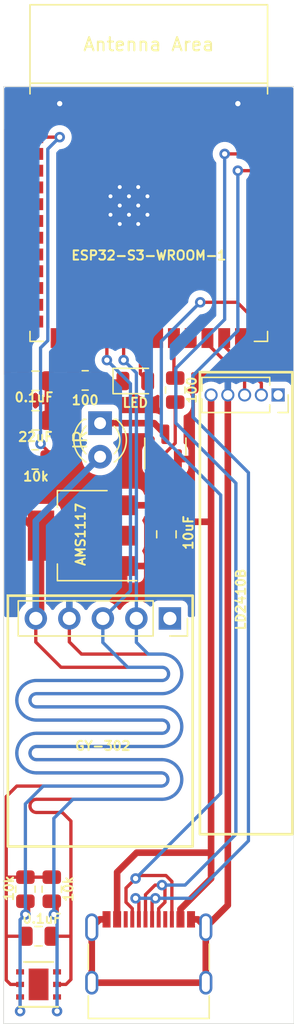
<source format=kicad_pcb>
(kicad_pcb (version 20221018) (generator pcbnew)
  (layers (0 "F.Cu" signal) (31 "B.Cu" signal) (34 "B.Paste" user) (35 "F.Paste" user) (36 "B.SilkS" user "B.Silkscreen") (37 "F.SilkS" user "F.Silkscreen") (38 "B.Mask" user) (39 "F.Mask" user) (44 "Edge.Cuts" user))
  (net 0 "")
  (net 1 "Net-(J1-Pin_4)")
  (net 2 "/VCC")
  (net 3 "Net-(D1-K)")
  (net 4 "Net-(D1-A)")
  (net 6 "Net-(J1-Pin_2)")
  (net 7 "Net-(J3-CC1)")
  (net 8 "Net-(D2-K)")
  (net 9 "Net-(Q1-E)")
  (net 11 "Net-(U3-EN)")
  (net 36 "Net-(D2-A)")
  (net 37 "Net-(J2-Pin_2)")
  (net 38 "Net-(J2-Pin_3)")
  (net 41 "Net-(U3-U0TXD{slash}GPIO43{slash}CLK_OUT1)")
  (net 42 "Net-(U3-U0RXD{slash}GPIO44{slash}CLK_OUT2)")
  (net 44 "Net-(U3-GPIO14{slash}TOUCH14{slash}ADC2_CH3{slash}FSPIWP{slash}FSPIDQS{slash}SUBSPIWP)")
  (net 50 "Net-(J1-Pin_3)")
  (footprint "Resistor_SMD:R_0805_2012Metric" (layer "F.Cu") (at 136.65 147.8125 90)
    (fp_text reference "R5" hide)
    (fp_text value "10k" (at 0.0625 -1.25 90) (layer "F.SilkS") (effects (font (size 0.7 0.7))))
    (fp_line (start -0.227064 -0.735) (end 0.227064 -0.735) (stroke (width 0.12)) (layer "F.SilkS"))
    (fp_line (start -0.227064 0.735) (end 0.227064 0.735) (stroke (width 0.12)) (layer "F.SilkS"))
    (pad "1" smd roundrect locked (at -0.9125 0 90) (size 1.025 1.4) (layers "F.Cu" "F.Paste" "F.Mask") (roundrect_rratio 0.243902439) (net 50 "Net-(J1-Pin_3)"))
    (pad "2" smd roundrect locked (at 0.9125 0 90) (size 1.025 1.4) (layers "F.Cu" "F.Paste" "F.Mask") (roundrect_rratio 0.243902439) (net 4 "Net-(D1-A)"))
  )
  (footprint "Connector_PinSocket_1.27mm:PinSocket_1x05_P1.27mm_Vertical" (layer "F.Cu") (at 155.8 110.37 -90)
    (fp_text reference "J2" hide)
    (fp_text value "LD2410B" (at 15.495 2.825 90) (layer "F.SilkS") (effects (font (size 0.7 0.7))))
    (fp_line (start -1.33 0.635) (end -1.33 5.775) (stroke (width 0.12)) (layer "F.SilkS"))
    (fp_line (start -1.33 0.635) (end -0.76 0.635) (stroke (width 0.12)) (layer "F.SilkS"))
    (fp_line (start -1.33 5.775) (end -0.30753 5.775) (stroke (width 0.12)) (layer "F.SilkS"))
    (fp_line (start 0 -0.76) (end 1.33 -0.76) (stroke (width 0.12)) (layer "F.SilkS"))
    (fp_line (start 0.30753 5.775) (end 1.33 5.775) (stroke (width 0.12)) (layer "F.SilkS"))
    (fp_line (start 0.76 0.635) (end 1.33 0.635) (stroke (width 0.12)) (layer "F.SilkS"))
    (fp_line (start 1.33 -0.76) (end 1.33 0) (stroke (width 0.12)) (layer "F.SilkS"))
    (fp_line (start 1.33 0.635) (end 1.33 5.775) (stroke (width 0.12)) (layer "F.SilkS"))
    (pad "1" thru_hole rect locked (at 0 0 270) (size 1 1) (drill 0.7) (layers "*.Cu" "*.Mask"))
    (pad "2" thru_hole oval locked (at 0 1.27 270) (size 1 1) (drill 0.7) (layers "*.Cu" "*.Mask") (net 37 "Net-(J2-Pin_2)"))
    (pad "3" thru_hole oval locked (at 0 2.54 270) (size 1 1) (drill 0.7) (layers "*.Cu" "*.Mask") (net 38 "Net-(J2-Pin_3)"))
    (pad "4" thru_hole oval locked (at 0 3.81 270) (size 1 1) (drill 0.7) (layers "*.Cu" "*.Mask") (net 1 "Net-(J1-Pin_4)"))
    (pad "5" thru_hole oval locked (at 0 5.08 270) (size 1 1) (drill 0.7) (layers "*.Cu" "*.Mask") (net 2 "/VCC"))
  )
  (footprint "Connector_PinSocket_2.54mm:PinSocket_1x05_P2.54mm_Vertical" (layer "F.Cu") (at 147.6 127.3 -90)
    (fp_text reference "J1" hide)
    (fp_text value "GY-302" (at 9.655 5.08) (layer "F.SilkS") (effects (font (size 0.7 0.7))))
    (fp_line (start -1.33 1.27) (end -1.33 11.49) (stroke (width 0.12)) (layer "F.SilkS"))
    (fp_line (start -1.33 1.27) (end 1.33 1.27) (stroke (width 0.12)) (layer "F.SilkS"))
    (fp_line (start -1.33 11.49) (end 1.33 11.49) (stroke (width 0.12)) (layer "F.SilkS"))
    (fp_line (start 0 -1.33) (end 1.33 -1.33) (stroke (width 0.12)) (layer "F.SilkS"))
    (fp_line (start 1.33 -1.33) (end 1.33 0) (stroke (width 0.12)) (layer "F.SilkS"))
    (fp_line (start 1.33 1.27) (end 1.33 11.49) (stroke (width 0.12)) (layer "F.SilkS"))
    (pad "1" thru_hole rect locked (at 0 0 270) (size 1.7 1.7) (drill 1) (layers "*.Cu" "*.Mask"))
    (pad "2" thru_hole oval locked (at 0 2.54 270) (size 1.7 1.7) (drill 1) (layers "*.Cu" "*.Mask") (net 6 "Net-(J1-Pin_2)"))
    (pad "3" thru_hole oval locked (at 0 5.08 270) (size 1.7 1.7) (drill 1) (layers "*.Cu" "*.Mask") (net 50 "Net-(J1-Pin_3)"))
    (pad "4" thru_hole oval locked (at 0 7.62 270) (size 1.7 1.7) (drill 1) (layers "*.Cu" "*.Mask") (net 1 "Net-(J1-Pin_4)"))
    (pad "5" thru_hole oval locked (at 0 10.16 270) (size 1.7 1.7) (drill 1) (layers "*.Cu" "*.Mask") (net 4 "Net-(D1-A)"))
  )
  (footprint "Package_TO_SOT_SMD:SOT-223-3_TabPin2" (layer "F.Cu") (at 140.985 121.02875 180)
    (fp_text reference "U1" hide)
    (fp_text value "AMS1117" (at 0.15 0.1 90) (layer "F.SilkS") (effects (font (size 0.7 0.7))))
    (fp_line (start -4.1 -3.41) (end 1.91 -3.41) (stroke (width 0.12)) (layer "F.SilkS"))
    (fp_line (start -1.85 3.41) (end 1.91 3.41) (stroke (width 0.12)) (layer "F.SilkS"))
    (fp_line (start 1.91 -3.41) (end 1.91 -2.15) (stroke (width 0.12)) (layer "F.SilkS"))
    (fp_line (start 1.91 3.41) (end 1.91 2.15) (stroke (width 0.12)) (layer "F.SilkS"))
    (pad "1" smd rect locked (at -3.15 -2.3 180) (size 2 1.5) (layers "F.Cu" "F.Paste" "F.Mask") (net 1 "Net-(J1-Pin_4)"))
    (pad "2" smd rect locked (at -3.15 0 180) (size 2 1.5) (layers "F.Cu" "F.Paste" "F.Mask") (net 4 "Net-(D1-A)"))
    (pad "2" smd rect locked (at 3.15 0 180) (size 2 3.8) (layers "F.Cu" "F.Paste" "F.Mask") (net 4 "Net-(D1-A)"))
    (pad "3" smd rect locked (at -3.15 2.3 180) (size 2 1.5) (layers "F.Cu" "F.Paste" "F.Mask") (net 2 "/VCC"))
  )
  (footprint "Connector_USB:USB_C_Receptacle_G-Switch_GT-USB-7010ASV" (layer "F.Cu") (at 146 153.82)
    (fp_text reference "J3" hide)
    (fp_text value "USB_C_Receptacle_USB2.0" hide)
    (fp_line (start -4.58 -1.85) (end -4.58 0.07) (stroke (width 0.12)) (layer "F.SilkS"))
    (fp_line (start -4.58 3.785) (end -4.58 2.08) (stroke (width 0.12)) (layer "F.SilkS"))
    (fp_line (start 4.58 0.07) (end 4.58 -1.85) (stroke (width 0.12)) (layer "F.SilkS"))
    (fp_line (start 4.58 2.08) (end 4.58 3.785) (stroke (width 0.12)) (layer "F.SilkS"))
    (fp_line (start 4.58 3.785) (end -4.58 3.785) (stroke (width 0.12)) (layer "F.SilkS"))
    (pad "" np_thru_hole circle locked (at -2.89 -2.605) (size 0.65 0.65) (drill 0.65) (layers "*.Cu" "*.Mask"))
    (pad "" np_thru_hole circle locked (at 2.89 -2.605) (size 0.65 0.65) (drill 0.65) (layers "*.Cu" "*.Mask"))
    (pad "A1" smd rect locked (at -3.2 -3.725) (size 0.6 1.24) (layers "F.Cu" "F.Paste" "F.Mask") (net 1 "Net-(J1-Pin_4)"))
    (pad "A4" smd rect locked (at -2.4 -3.725) (size 0.6 1.24) (layers "F.Cu" "F.Paste" "F.Mask") (net 2 "/VCC"))
    (pad "A5" smd rect locked (at -1.25 -3.725) (size 0.3 1.24) (layers "F.Cu" "F.Paste" "F.Mask") (net 7 "Net-(J3-CC1)"))
    (pad "A6" smd rect locked (at -0.25 -3.725) (size 0.3 1.24) (layers "F.Cu" "F.Paste" "F.Mask") (net 41 "Net-(U3-U0TXD{slash}GPIO43{slash}CLK_OUT1)"))
    (pad "A7" smd rect locked (at 0.25 -3.725) (size 0.3 1.24) (layers "F.Cu" "F.Paste" "F.Mask") (net 42 "Net-(U3-U0RXD{slash}GPIO44{slash}CLK_OUT2)"))
    (pad "A8" smd rect locked (at 1.25 -3.725) (size 0.3 1.24) (layers "F.Cu" "F.Paste" "F.Mask"))
    (pad "A9" smd rect locked (at 2.4 -3.725) (size 0.6 1.24) (layers "F.Cu" "F.Paste" "F.Mask") (net 2 "/VCC"))
    (pad "A12" smd rect locked (at 3.2 -3.725) (size 0.6 1.24) (layers "F.Cu" "F.Paste" "F.Mask") (net 1 "Net-(J1-Pin_4)"))
    (pad "B1" smd rect locked (at 3.2 -3.725) (size 0.6 1.24) (layers "F.Cu" "F.Paste" "F.Mask") (net 1 "Net-(J1-Pin_4)"))
    (pad "B4" smd rect locked (at 2.4 -3.725) (size 0.6 1.24) (layers "F.Cu" "F.Paste" "F.Mask") (net 2 "/VCC"))
    (pad "B5" smd rect locked (at 1.75 -3.725) (size 0.3 1.24) (layers "F.Cu" "F.Paste" "F.Mask") (net 7 "Net-(J3-CC1)"))
    (pad "B6" smd rect locked (at 0.75 -3.725) (size 0.3 1.24) (layers "F.Cu" "F.Paste" "F.Mask") (net 41 "Net-(U3-U0TXD{slash}GPIO43{slash}CLK_OUT1)"))
    (pad "B7" smd rect locked (at -0.75 -3.725) (size 0.3 1.24) (layers "F.Cu" "F.Paste" "F.Mask") (net 42 "Net-(U3-U0RXD{slash}GPIO44{slash}CLK_OUT2)"))
    (pad "B8" smd rect locked (at -1.75 -3.725) (size 0.3 1.24) (layers "F.Cu" "F.Paste" "F.Mask"))
    (pad "B9" smd rect locked (at -2.4 -3.725) (size 0.6 1.24) (layers "F.Cu" "F.Paste" "F.Mask") (net 2 "/VCC"))
    (pad "B12" smd rect locked (at -3.2 -3.725) (size 0.6 1.24) (layers "F.Cu" "F.Paste" "F.Mask") (net 1 "Net-(J1-Pin_4)"))
    (pad "S1" thru_hole oval locked (at -4.32 -3.125) (size 1 2.1) (drill oval 0.6 1.7) (layers "*.Cu" "*.Mask") (net 1 "Net-(J1-Pin_4)"))
    (pad "S1" thru_hole oval locked (at -4.32 1.075) (size 1 1.8) (drill oval 0.6 1.4) (layers "*.Cu" "*.Mask") (net 1 "Net-(J1-Pin_4)"))
    (pad "S1" thru_hole oval locked (at 4.32 -3.125) (size 1 2.1) (drill oval 0.6 1.7) (layers "*.Cu" "*.Mask") (net 1 "Net-(J1-Pin_4)"))
    (pad "S1" thru_hole oval locked (at 4.32 1.075) (size 1 1.8) (drill oval 0.6 1.4) (layers "*.Cu" "*.Mask") (net 1 "Net-(J1-Pin_4)"))
  )
  (footprint "Capacitor_SMD:C_0805_2012Metric" (layer "F.Cu") (at 137.4075 109.3)
    (fp_text reference "C3" hide)
    (fp_text value "0.1uF" (at -0.1075 1.25) (layer "F.SilkS") (effects (font (size 0.7 0.7))))
    (fp_line (start -0.261252 -0.735) (end 0.261252 -0.735) (stroke (width 0.12)) (layer "F.SilkS"))
    (fp_line (start -0.261252 0.735) (end 0.261252 0.735) (stroke (width 0.12)) (layer "F.SilkS"))
    (pad "1" smd roundrect locked (at -0.95 0) (size 1 1.45) (layers "F.Cu" "F.Paste" "F.Mask") (net 4 "Net-(D1-A)"))
    (pad "2" smd roundrect locked (at 0.95 0) (size 1 1.45) (layers "F.Cu" "F.Paste" "F.Mask") (net 1 "Net-(J1-Pin_4)"))
  )
  (footprint "Capacitor_SMD:C_0805_2012Metric" (layer "F.Cu") (at 137.4075 112.29375)
    (fp_text reference "C2" hide)
    (fp_text value "22uF" (at 0 1.25625) (layer "F.SilkS") (effects (font (size 0.7 0.7))))
    (fp_line (start -0.261252 -0.735) (end 0.261252 -0.735) (stroke (width 0.12)) (layer "F.SilkS"))
    (fp_line (start -0.261252 0.735) (end 0.261252 0.735) (stroke (width 0.12)) (layer "F.SilkS"))
    (pad "1" smd roundrect locked (at -0.95 0) (size 1 1.45) (layers "F.Cu" "F.Paste" "F.Mask") (net 4 "Net-(D1-A)"))
    (pad "2" smd roundrect locked (at 0.95 0) (size 1 1.45) (layers "F.Cu" "F.Paste" "F.Mask") (net 1 "Net-(J1-Pin_4)"))
  )
  (footprint "Package_SON:Texas_PWSON-N6" (layer "F.Cu") (at 137.65 155.025 180)
    (fp_text reference "U2" hide)
    (fp_text value "HDC1080" hide)
    (fp_line (start 1.1 1.7) (end -1.1 1.7) (stroke (width 0.15)) (layer "F.SilkS"))
    (fp_line (start 1.475 -1.7) (end -1.475 -1.7) (stroke (width 0.15)) (layer "F.SilkS"))
    (pad "1" smd rect locked (at -1.4 -0.95 180) (size 0.6 0.4) (layers "F.Cu" "F.Paste" "F.Mask") (net 6 "Net-(J1-Pin_2)"))
    (pad "2" smd rect locked (at -1.4 0 180) (size 0.6 0.4) (layers "F.Cu" "F.Paste" "F.Mask") (net 1 "Net-(J1-Pin_4)"))
    (pad "3" smd rect locked (at -1.4 0.95 180) (size 0.6 0.4) (layers "F.Cu" "F.Paste" "F.Mask"))
    (pad "4" smd rect locked (at 1.4 0.95 180) (size 0.6 0.4) (layers "F.Cu" "F.Paste" "F.Mask"))
    (pad "5" smd rect locked (at 1.4 0 180) (size 0.6 0.4) (layers "F.Cu" "F.Paste" "F.Mask") (net 4 "Net-(D1-A)"))
    (pad "6" smd rect locked (at 1.4 -0.95 180) (size 0.6 0.4) (layers "F.Cu" "F.Paste" "F.Mask") (net 50 "Net-(J1-Pin_3)"))
    (pad "7" smd rect locked (at 0 0 180) (size 1.5 2.4) (layers "F.Cu" "F.Paste" "F.Mask"))
  )
  (footprint "Resistor_SMD:R_0805_2012Metric" (layer "F.Cu") (at 148.004375 110 90)
    (fp_text reference "R2" hide)
    (fp_text value "100" (at 0 1.245625 90) (layer "F.SilkS") (effects (font (size 0.7 0.7))))
    (fp_line (start -0.227064 -0.735) (end 0.227064 -0.735) (stroke (width 0.12)) (layer "F.SilkS"))
    (fp_line (start -0.227064 0.735) (end 0.227064 0.735) (stroke (width 0.12)) (layer "F.SilkS"))
    (pad "1" smd roundrect locked (at -0.9125 0 90) (size 1.025 1.4) (layers "F.Cu" "F.Paste" "F.Mask") (roundrect_rratio 0.243902439) (net 9 "Net-(Q1-E)"))
    (pad "2" smd roundrect locked (at 0.9125 0 90) (size 1.025 1.4) (layers "F.Cu" "F.Paste" "F.Mask") (roundrect_rratio 0.243902439) (net 44 "Net-(U3-GPIO14{slash}TOUCH14{slash}ADC2_CH3{slash}FSPIWP{slash}FSPIDQS{slash}SUBSPIWP)"))
  )
  (footprint "Capacitor_SMD:C_0805_2012Metric" (layer "F.Cu") (at 137.65 151.375)
    (fp_text reference "C4" hide)
    (fp_text value "0.1uF" (at 0.25 -1.325) (layer "F.SilkS") (effects (font (size 0.7 0.7))))
    (fp_line (start -0.261252 -0.735) (end 0.261252 -0.735) (stroke (width 0.12)) (layer "F.SilkS"))
    (fp_line (start -0.261252 0.735) (end 0.261252 0.735) (stroke (width 0.12)) (layer "F.SilkS"))
    (pad "1" smd roundrect locked (at -0.95 0) (size 1 1.45) (layers "F.Cu" "F.Paste" "F.Mask") (net 4 "Net-(D1-A)"))
    (pad "2" smd roundrect locked (at 0.95 0) (size 1 1.45) (layers "F.Cu" "F.Paste" "F.Mask") (net 1 "Net-(J1-Pin_4)"))
  )
  (footprint "Resistor_SMD:R_0805_2012Metric" (layer "F.Cu") (at 137.3875 115.2575)
    (fp_text reference "R1" hide)
    (fp_text value "10k" (at 0.0625 1.2925) (layer "F.SilkS") (effects (font (size 0.7 0.7))))
    (fp_line (start -0.227064 -0.735) (end 0.227064 -0.735) (stroke (width 0.12)) (layer "F.SilkS"))
    (fp_line (start -0.227064 0.735) (end 0.227064 0.735) (stroke (width 0.12)) (layer "F.SilkS"))
    (pad "1" smd roundrect locked (at -0.9125 0) (size 1.025 1.4) (layers "F.Cu" "F.Paste" "F.Mask") (roundrect_rratio 0.243902439) (net 4 "Net-(D1-A)"))
    (pad "2" smd roundrect locked (at 0.9125 0) (size 1.025 1.4) (layers "F.Cu" "F.Paste" "F.Mask") (roundrect_rratio 0.243902439) (net 11 "Net-(U3-EN)"))
  )
  (footprint "Package_TO_SOT_SMD:SOT-23" (layer "F.Cu") (at 147.254375 114.2875 90)
    (fp_text reference "Q1" hide)
    (fp_text value "S8050" hide)
    (fp_line (start 0 -1.56) (end -1.675 -1.56) (stroke (width 0.12)) (layer "F.SilkS"))
    (fp_line (start 0 -1.56) (end 0.65 -1.56) (stroke (width 0.12)) (layer "F.SilkS"))
    (fp_line (start 0 1.56) (end -0.65 1.56) (stroke (width 0.12)) (layer "F.SilkS"))
    (fp_line (start 0 1.56) (end 0.65 1.56) (stroke (width 0.12)) (layer "F.SilkS"))
    (pad "1" smd roundrect locked (at -0.9375 -0.95 90) (size 1.475 0.6) (layers "F.Cu" "F.Paste" "F.Mask") (net 9 "Net-(Q1-E)"))
    (pad "2" smd roundrect locked (at -0.9375 0.95 90) (size 1.475 0.6) (layers "F.Cu" "F.Paste" "F.Mask") (net 1 "Net-(J1-Pin_4)"))
    (pad "3" smd roundrect locked (at 0.9375 0 90) (size 1.475 0.6) (layers "F.Cu" "F.Paste" "F.Mask") (net 3 "Net-(D1-K)"))
  )
  (footprint "Resistor_SMD:R_0805_2012Metric" (layer "F.Cu") (at 141.183125 109.27)
    (fp_text reference "R3" hide)
    (fp_text value "100" (at 0 1.5) (layer "F.SilkS") (effects (font (size 0.7 0.7))))
    (fp_line (start -0.227064 -0.735) (end 0.227064 -0.735) (stroke (width 0.12)) (layer "F.SilkS"))
    (fp_line (start -0.227064 0.735) (end 0.227064 0.735) (stroke (width 0.12)) (layer "F.SilkS"))
    (pad "1" smd roundrect locked (at -0.9125 0) (size 1.025 1.4) (layers "F.Cu" "F.Paste" "F.Mask") (roundrect_rratio 0.243902439) (net 1 "Net-(J1-Pin_4)"))
    (pad "2" smd roundrect locked (at 0.9125 0) (size 1.025 1.4) (layers "F.Cu" "F.Paste" "F.Mask") (roundrect_rratio 0.243902439) (net 8 "Net-(D2-K)"))
  )
  (footprint "Capacitor_SMD:C_0805_2012Metric" (layer "F.Cu") (at 147.335 120.92875 90)
    (fp_text reference "C1" hide)
    (fp_text value "10uF" (at 0.12875 1.665 90) (layer "F.SilkS") (effects (font (size 0.7 0.7))))
    (fp_line (start -0.261252 -0.735) (end 0.261252 -0.735) (stroke (width 0.12)) (layer "F.SilkS"))
    (fp_line (start -0.261252 0.735) (end 0.261252 0.735) (stroke (width 0.12)) (layer "F.SilkS"))
    (pad "1" smd roundrect locked (at -0.95 0 90) (size 1 1.45) (layers "F.Cu" "F.Paste" "F.Mask") (net 1 "Net-(J1-Pin_4)"))
    (pad "2" smd roundrect locked (at 0.95 0 90) (size 1 1.45) (layers "F.Cu" "F.Paste" "F.Mask") (net 2 "/VCC"))
  )
  (footprint "Resistor_SMD:R_0805_2012Metric" (layer "F.Cu") (at 138.65 147.8125 90)
    (fp_text reference "R4" hide)
    (fp_text value "10k" (at 0.0125 1.25 90) (layer "F.SilkS") (effects (font (size 0.7 0.7))))
    (fp_line (start -0.227064 -0.735) (end 0.227064 -0.735) (stroke (width 0.12)) (layer "F.SilkS"))
    (fp_line (start -0.227064 0.735) (end 0.227064 0.735) (stroke (width 0.12)) (layer "F.SilkS"))
    (pad "1" smd roundrect locked (at -0.9125 0 90) (size 1.025 1.4) (layers "F.Cu" "F.Paste" "F.Mask") (roundrect_rratio 0.243902439) (net 6 "Net-(J1-Pin_2)"))
    (pad "2" smd roundrect locked (at 0.9125 0 90) (size 1.025 1.4) (layers "F.Cu" "F.Paste" "F.Mask") (roundrect_rratio 0.243902439) (net 4 "Net-(D1-A)"))
  )
  (footprint "Espressif:ESP32-S3-WROOM-1" (layer "F.Cu") (at 146 96.56)
    (fp_text reference "U3" hide)
    (fp_text value "ESP32-S3-WROOM-1" (at 0 3.24) (layer "F.SilkS") (effects (font (size 0.7 0.7))))
    (fp_text user "Antenna Area" (at 0 -12.75) (layer "F.SilkS"))
    (fp_line (start -9 -15.75) (end -9 -9) (stroke (width 0.12)) (layer "F.SilkS"))
    (fp_line (start -9 -15.75) (end 9 -15.75) (stroke (width 0.12)) (layer "F.SilkS"))
    (fp_line (start -9 9) (end -9 9.75) (stroke (width 0.12)) (layer "F.SilkS"))
    (fp_line (start -9 9.75) (end -8 9.75) (stroke (width 0.12)) (layer "F.SilkS"))
    (fp_line (start 9 -15.75) (end 9 -9) (stroke (width 0.12)) (layer "F.SilkS"))
    (fp_line (start 9 -9.81) (end -9 -9.81) (stroke (width 0.12)) (layer "F.SilkS"))
    (fp_line (start 9 9) (end 9 9.75) (stroke (width 0.12)) (layer "F.SilkS"))
    (fp_line (start 9 9.75) (end 8 9.75) (stroke (width 0.12)) (layer "F.SilkS"))
    (pad "1" smd rect locked (at -8.75 -8.26) (size 1.5 0.9) (layers "F.Cu" "F.Paste" "F.Mask") (net 1 "Net-(J1-Pin_4)"))
    (pad "2" smd rect locked (at -8.75 -6.99) (size 1.5 0.9) (layers "F.Cu" "F.Paste" "F.Mask") (net 4 "Net-(D1-A)"))
    (pad "3" smd rect locked (at -8.75 -5.72) (size 1.5 0.9) (layers "F.Cu" "F.Paste" "F.Mask") (net 11 "Net-(U3-EN)"))
    (pad "4" smd rect locked (at -8.75 -4.45) (size 1.5 0.9) (layers "F.Cu" "F.Paste" "F.Mask"))
    (pad "5" smd rect locked (at -8.75 -3.18) (size 1.5 0.9) (layers "F.Cu" "F.Paste" "F.Mask"))
    (pad "6" smd rect locked (at -8.75 -1.91) (size 1.5 0.9) (layers "F.Cu" "F.Paste" "F.Mask"))
    (pad "7" smd rect locked (at -8.75 -0.64) (size 1.5 0.9) (layers "F.Cu" "F.Paste" "F.Mask"))
    (pad "8" smd rect locked (at -8.75 0.63) (size 1.5 0.9) (layers "F.Cu" "F.Paste" "F.Mask"))
    (pad "9" smd rect locked (at -8.75 1.9) (size 1.5 0.9) (layers "F.Cu" "F.Paste" "F.Mask"))
    (pad "10" smd rect locked (at -8.75 3.17) (size 1.5 0.9) (layers "F.Cu" "F.Paste" "F.Mask"))
    (pad "11" smd rect locked (at -8.75 4.44) (size 1.5 0.9) (layers "F.Cu" "F.Paste" "F.Mask"))
    (pad "12" smd rect locked (at -8.75 5.71) (size 1.5 0.9) (layers "F.Cu" "F.Paste" "F.Mask"))
    (pad "13" smd rect locked (at -8.75 6.98) (size 1.5 0.9) (layers "F.Cu" "F.Paste" "F.Mask"))
    (pad "14" smd rect locked (at -8.75 8.25) (size 1.5 0.9) (layers "F.Cu" "F.Paste" "F.Mask"))
    (pad "15" smd rect locked (at -6.985 9.5 90) (size 1.5 0.9) (layers "F.Cu" "F.Paste" "F.Mask"))
    (pad "16" smd rect locked (at -5.715 9.5 90) (size 1.5 0.9) (layers "F.Cu" "F.Paste" "F.Mask"))
    (pad "17" smd rect locked (at -4.445 9.5 90) (size 1.5 0.9) (layers "F.Cu" "F.Paste" "F.Mask"))
    (pad "18" smd rect locked (at -3.175 9.5 90) (size 1.5 0.9) (layers "F.Cu" "F.Paste" "F.Mask") (net 50 "Net-(J1-Pin_3)"))
    (pad "19" smd rect locked (at -1.905 9.5 90) (size 1.5 0.9) (layers "F.Cu" "F.Paste" "F.Mask") (net 6 "Net-(J1-Pin_2)"))
    (pad "20" smd rect locked (at -0.635 9.5 90) (size 1.5 0.9) (layers "F.Cu" "F.Paste" "F.Mask") (net 36 "Net-(D2-A)"))
    (pad "21" smd rect locked (at 0.635 9.5 90) (size 1.5 0.9) (layers "F.Cu" "F.Paste" "F.Mask"))
    (pad "22" smd rect locked (at 1.905 9.5 90) (size 1.5 0.9) (layers "F.Cu" "F.Paste" "F.Mask") (net 44 "Net-(U3-GPIO14{slash}TOUCH14{slash}ADC2_CH3{slash}FSPIWP{slash}FSPIDQS{slash}SUBSPIWP)"))
    (pad "23" smd rect locked (at 3.175 9.5 90) (size 1.5 0.9) (layers "F.Cu" "F.Paste" "F.Mask"))
    (pad "24" smd rect locked (at 4.445 9.5 90) (size 1.5 0.9) (layers "F.Cu" "F.Paste" "F.Mask") (net 38 "Net-(J2-Pin_3)"))
    (pad "25" smd rect locked (at 5.715 9.5 90) (size 1.5 0.9) (layers "F.Cu" "F.Paste" "F.Mask") (net 37 "Net-(J2-Pin_2)"))
    (pad "26" smd rect locked (at 6.985 9.5 90) (size 1.5 0.9) (layers "F.Cu" "F.Paste" "F.Mask"))
    (pad "27" smd rect locked (at 8.75 8.25 180) (size 1.5 0.9) (layers "F.Cu" "F.Paste" "F.Mask") (net 7 "Net-(J3-CC1)"))
    (pad "28" smd rect locked (at 8.75 6.98 180) (size 1.5 0.9) (layers "F.Cu" "F.Paste" "F.Mask"))
    (pad "29" smd rect locked (at 8.75 5.71 180) (size 1.5 0.9) (layers "F.Cu" "F.Paste" "F.Mask"))
    (pad "30" smd rect locked (at 8.75 4.44 180) (size 1.5 0.9) (layers "F.Cu" "F.Paste" "F.Mask"))
    (pad "31" smd rect locked (at 8.75 3.17 180) (size 1.5 0.9) (layers "F.Cu" "F.Paste" "F.Mask"))
    (pad "32" smd rect locked (at 8.75 1.9 180) (size 1.5 0.9) (layers "F.Cu" "F.Paste" "F.Mask"))
    (pad "33" smd rect locked (at 8.75 0.63 180) (size 1.5 0.9) (layers "F.Cu" "F.Paste" "F.Mask"))
    (pad "34" smd rect locked (at 8.75 -0.64 180) (size 1.5 0.9) (layers "F.Cu" "F.Paste" "F.Mask"))
    (pad "35" smd rect locked (at 8.75 -1.91 180) (size 1.5 0.9) (layers "F.Cu" "F.Paste" "F.Mask"))
    (pad "36" smd rect locked (at 8.75 -3.18 180) (size 1.5 0.9) (layers "F.Cu" "F.Paste" "F.Mask") (net 42 "Net-(U3-U0RXD{slash}GPIO44{slash}CLK_OUT2)"))
    (pad "37" smd rect locked (at 8.75 -4.45 180) (size 1.5 0.9) (layers "F.Cu" "F.Paste" "F.Mask") (net 41 "Net-(U3-U0TXD{slash}GPIO43{slash}CLK_OUT1)"))
    (pad "38" smd rect locked (at 8.75 -5.72 180) (size 1.5 0.9) (layers "F.Cu" "F.Paste" "F.Mask"))
    (pad "39" smd rect locked (at 8.75 -6.99 180) (size 1.5 0.9) (layers "F.Cu" "F.Paste" "F.Mask"))
    (pad "40" smd rect locked (at 8.75 -8.26 180) (size 1.5 0.9) (layers "F.Cu" "F.Paste" "F.Mask") (net 1 "Net-(J1-Pin_4)"))
    (pad "41" smd rect locked (at -2.9 -1.94 180) (size 0.9 0.9) (layers "F.Cu" "F.Paste" "F.Mask") (net 1 "Net-(J1-Pin_4)"))
    (pad "41" smd rect locked (at -2.9 -0.54 180) (size 0.9 0.9) (layers "F.Cu" "F.Paste" "F.Mask") (net 1 "Net-(J1-Pin_4)"))
    (pad "41" smd rect locked (at -2.9 0.86 180) (size 0.9 0.9) (layers "F.Cu" "F.Paste" "F.Mask") (net 1 "Net-(J1-Pin_4)"))
    (pad "41" smd rect locked (at -1.5 -1.94 180) (size 0.9 0.9) (layers "F.Cu" "F.Paste" "F.Mask") (net 1 "Net-(J1-Pin_4)"))
    (pad "41" smd rect locked (at -1.5 -0.54 180) (size 0.9 0.9) (layers "F.Cu" "F.Paste" "F.Mask") (net 1 "Net-(J1-Pin_4)"))
    (pad "41" smd rect locked (at -1.5 0.86 180) (size 0.9 0.9) (layers "F.Cu" "F.Paste" "F.Mask") (net 1 "Net-(J1-Pin_4)"))
    (pad "41" smd rect locked (at -0.1 -1.94 180) (size 0.9 0.9) (layers "F.Cu" "F.Paste" "F.Mask") (net 1 "Net-(J1-Pin_4)"))
    (pad "41" smd rect locked (at -0.1 -0.54 180) (size 0.9 0.9) (layers "F.Cu" "F.Paste" "F.Mask") (net 1 "Net-(J1-Pin_4)"))
    (pad "41" smd rect locked (at -0.1 0.86 180) (size 0.9 0.9) (layers "F.Cu" "F.Paste" "F.Mask") (net 1 "Net-(J1-Pin_4)"))
  )
  (footprint "Diode_SMD:D_0805_2012Metric" (layer "F.Cu") (at 144.97875 109.315)
    (fp_text reference "D2" hide)
    (fp_text value "LED" (at 0 1.65) (layer "F.SilkS") (effects (font (size 0.7 0.7))))
    (fp_line (start -1.685 -0.96) (end -1.685 0.96) (stroke (width 0.12)) (layer "F.SilkS"))
    (fp_line (start -1.685 0.96) (end 1 0.96) (stroke (width 0.12)) (layer "F.SilkS"))
    (fp_line (start 1 -0.96) (end -1.685 -0.96) (stroke (width 0.12)) (layer "F.SilkS"))
    (pad "1" smd roundrect locked (at -0.9375 0) (size 0.975 1.4) (layers "F.Cu" "F.Paste" "F.Mask") (net 8 "Net-(D2-K)"))
    (pad "2" smd roundrect locked (at 0.9375 0) (size 0.975 1.4) (layers "F.Cu" "F.Paste" "F.Mask") (net 36 "Net-(D2-A)"))
  )
  (footprint "LED_THT:LED_D3.0mm_IRBlack" (layer "F.Cu") (at 142.310937 112.5075 -90)
    (fp_text reference "D1" hide)
    (fp_text value "IR" (at 1.270117 1.5 90) (layer "F.SilkS"))
    (fp_line (start -0.29 -1.236) (end -0.29 -1.08) (stroke (width 0.12)) (layer "F.SilkS"))
    (fp_line (start -0.29 1.08) (end -0.29 1.236) (stroke (width 0.12)) (layer "F.SilkS"))
    (fp_arc (start -0.29 -1.235516) (mid 1.366487 -1.987659) (end 2.942335 -1.078608) (stroke (width 0.12)) (layer "F.SilkS"))
    (fp_arc (start 0.229039 -1.08) (mid 1.270117 -1.5) (end 2.31113 -1.079837) (stroke (width 0.12)) (layer "F.SilkS"))
    (fp_arc (start 2.31113 1.079837) (mid 1.270117 1.5) (end 0.229039 1.08) (stroke (width 0.12)) (layer "F.SilkS"))
    (fp_arc (start 2.942335 1.078608) (mid 1.366487 1.987659) (end -0.29 1.235516) (stroke (width 0.12)) (layer "F.SilkS"))
    (pad "1" thru_hole rect locked (at 0 0 270) (size 1.8 1.8) (drill 0.9) (layers "*.Cu" "*.Mask") (net 3 "Net-(D1-K)"))
    (pad "2" thru_hole circle locked (at 2.54 0 270) (size 1.8 1.8) (drill 0.9) (layers "*.Cu" "*.Mask") (net 4 "Net-(D1-A)"))
  )
  (gr_rect locked (start 135.325 125.575) (end 149.325 144.575) (stroke (width 0.2)) (fill none) (layer "F.SilkS"))
  (gr_rect locked (start 149.875 108.645) (end 156.875 143.645) (stroke (width 0.2)) (fill none) (layer "F.SilkS"))
  (gr_rect locked (start 135 87) (end 157 158) (stroke (width 0.05)) (fill none) (layer "Edge.Cuts"))
  (segment (start 149.2 150.095) (end 149.72 150.095) (width 0.5) (layer "F.Cu") (net 1))
  (segment (start 141.68 154.895) (end 150.32 154.895) (width 0.5) (layer "F.Cu") (net 1))
  (segment (start 140.1 151.35) (end 140.1 142.65) (width 0.25) (layer "F.Cu") (net 1))
  (segment (start 140.9 130) (end 139.98 129.08) (width 0.25) (layer "F.Cu") (net 1))
  (segment (start 139.45 142) (end 137.5 142) (width 0.25) (layer "F.Cu") (net 1))
  (segment (start 137.25 88.3) (end 139.25 88.3) (width 0.5) (layer "F.Cu") (net 1))
  (segment (start 143.8 94.55) (end 143.87 94.62) (width 0.5) (layer "F.Cu") (net 1))
  (segment (start 143 97.5) (end 143.1 94.62) (width 0.5) (layer "F.Cu") (net 1))
  (segment (start 151.99 149.025) (end 150.32 150.695) (width 0.5) (layer "F.Cu") (net 1))
  (segment (start 147 134) (end 137.5 134) (width 0.25) (layer "F.Cu") (net 1))
  (segment (start 137.5 141) (end 147 141) (width 0.25) (layer "F.Cu") (net 1))
  (segment (start 143.87 94.62) (end 145.9 94.62) (width 0.5) (layer "F.Cu") (net 1))
  (segment (start 145.9 97.42) (end 143.1 97.42) (width 0.5) (layer "F.Cu") (net 1))
  (segment (start 139.725 155.025) (end 140.1 154.65) (width 0.25) (layer "F.Cu") (net 1))
  (segment (start 138.6 151.375) (end 140.075 151.375) (width 0.25) (layer "F.Cu") (net 1))
  (segment (start 150.32 154.895) (end 150.32 150.695) (width 0.5) (layer "F.Cu") (net 1))
  (segment (start 145.9 94.62) (end 145.9 97.42) (width 0.5) (layer "F.Cu") (net 1))
  (segment (start 152.75 88.3) (end 154.75 88.3) (width 0.5) (layer "F.Cu") (net 1))
  (segment (start 147 138) (end 137.5 138) (width 0.25) (layer "F.Cu") (net 1))
  (segment (start 142.8 150.095) (end 142.28 150.095) (width 0.5) (layer "F.Cu") (net 1))
  (segment (start 139.05 155.025) (end 139.725 155.025) (width 0.25) (layer "F.Cu") (net 1))
  (segment (start 137.5 137) (end 147 137) (width 0.25) (layer "F.Cu") (net 1))
  (segment (start 141.68 150.695) (end 141.68 154.895) (width 0.5) (layer "F.Cu") (net 1))
  (segment (start 142.28 150.095) (end 141.68 150.695) (width 0.5) (layer "F.Cu") (net 1))
  (segment (start 139.98 129.08) (end 139.98 127.3) (width 0.25) (layer "F.Cu") (net 1))
  (segment (start 143.73 94.62) (end 143.8 94.55) (width 0.5) (layer "F.Cu") (net 1))
  (segment (start 149.72 150.095) (end 150.32 150.695) (width 0.5) (layer "F.Cu") (net 1))
  (segment (start 137.5 133) (end 147 133) (width 0.25) (layer "F.Cu") (net 1))
  (segment (start 143.1 96.02) (end 145.9 96.02) (width 0.5) (layer "F.Cu") (net 1))
  (segment (start 151.99 110.37) (end 151.99 149.025) (width 0.5) (layer "F.Cu") (net 1))
  (segment (start 144.5 94.62) (end 144.5 97.42) (width 0.5) (layer "F.Cu") (net 1))
  (segment (start 143.1 97.42) (end 143 97.5) (width 0.5) (layer "F.Cu") (net 1))
  (segment (start 143.1 94.62) (end 143.73 94.62) (width 0.5) (layer "F.Cu") (net 1))
  (segment (start 140.1 142.65) (end 139.45 142) (width 0.25) (layer "F.Cu") (net 1))
  (segment (start 140.1 154.65) (end 140.1 151.35) (width 0.25) (layer "F.Cu") (net 1))
  (segment (start 147 130) (end 140.9 130) (width 0.25) (layer "F.Cu") (net 1))
  (via (at 144.5 95.32) (size 0.8) (drill 0.3) (layers "F.Cu" "B.Cu") (net 1))
  (via (at 145.9 95.32) (size 0.8) (drill 0.3) (layers "F.Cu" "B.Cu") (net 1))
  (via (at 144.5 96.72) (size 0.8) (drill 0.3) (layers "F.Cu" "B.Cu") (net 1))
  (via (at 145.2 97.42) (size 0.8) (drill 0.3) (layers "F.Cu" "B.Cu") (net 1))
  (via (at 143.8 94.62) (size 0.8) (drill 0.3) (layers "F.Cu" "B.Cu") (net 1))
  (via (at 145.9 96.72) (size 0.8) (drill 0.3) (layers "F.Cu" "B.Cu") (net 1))
  (via (at 143.8 96.02) (size 0.8) (drill 0.3) (layers "F.Cu" "B.Cu") (net 1))
  (via (at 143.8 97.42) (size 0.8) (drill 0.3) (layers "F.Cu" "B.Cu") (net 1))
  (via (at 152.75 88.3) (size 0.8) (drill 0.4) (layers "F.Cu" "B.Cu") (net 1))
  (via (at 143.1 96.72) (size 0.8) (drill 0.3) (layers "F.Cu" "B.Cu") (net 1))
  (via (at 145.2 96.02) (size 0.8) (drill 0.3) (layers "F.Cu" "B.Cu") (net 1))
  (via (at 145.2 94.62) (size 0.8) (drill 0.3) (layers "F.Cu" "B.Cu") (net 1))
  (via (at 143.1 95.32) (size 0.8) (drill 0.3) (layers "F.Cu" "B.Cu") (net 1))
  (via (at 139.25 88.3) (size 0.8) (drill 0.4) (layers "F.Cu" "B.Cu") (net 1))
  (arc (start 137 141.5) (mid 137.146447 141.146447) (end 137.5 141) (width 0.25) (layer "F.Cu") (net 1))
  (arc (start 137 137.5) (mid 137.146447 137.146447) (end 137.5 137) (width 0.25) (layer "F.Cu") (net 1))
  (arc (start 148.5 135.5) (mid 148.06066 134.43934) (end 147 134) (width 0.25) (layer "F.Cu") (net 1))
  (arc (start 137.5 138) (mid 137.146447 137.853553) (end 137 137.5) (width 0.25) (layer "F.Cu") (net 1))
  (arc (start 137 133.5) (mid 137.146447 133.146447) (end 137.5 133) (width 0.25) (layer "F.Cu") (net 1))
  (arc (start 137.5 134) (mid 137.146447 133.853553) (end 137 133.5) (width 0.25) (layer "F.Cu") (net 1))
  (arc (start 147 141) (mid 148.06066 140.56066) (end 148.5 139.5) (width 0.25) (layer "F.Cu") (net 1))
  (arc (start 147 137) (mid 148.06066 136.56066) (end 148.5 135.5) (width 0.25) (layer "F.Cu") (net 1))
  (arc (start 148.5 131.5) (mid 148.06066 130.43934) (end 147 130) (width 0.25) (layer "F.Cu") (net 1))
  (arc (start 147 133) (mid 148.06066 132.56066) (end 148.5 131.5) (width 0.25) (layer "F.Cu") (net 1))
  (arc (start 137.5 142) (mid 137.146447 141.853553) (end 137 141.5) (width 0.25) (layer "F.Cu") (net 1))
  (arc (start 148.5 139.5) (mid 148.06066 138.43934) (end 147 138) (width 0.25) (layer "F.Cu") (net 1))
  (segment (start 150.72 110.37) (end 150.72 119.95) (width 0.5) (layer "F.Cu") (net 2))
  (segment (start 150.72 147.005) (end 148.4 149.325) (width 0.5) (layer "F.Cu") (net 2))
  (segment (start 148.4 149.325) (end 148.4 150.095) (width 0.5) (layer "F.Cu") (net 2))
  (segment (start 145.08 145.045) (end 150.72 145.045) (width 0.5) (layer "F.Cu") (net 2))
  (segment (start 143.6 146.525) (end 145.08 145.045) (width 0.5) (layer "F.Cu") (net 2))
  (segment (start 150.72 145.045) (end 150.72 147.005) (width 0.5) (layer "F.Cu") (net 2))
  (segment (start 147.335 119.97875) (end 150.69125 119.97875) (width 0.5) (layer "F.Cu") (net 2))
  (segment (start 146.085 118.72875) (end 147.335 119.97875) (width 0.5) (layer "F.Cu") (net 2))
  (segment (start 144.135 118.72875) (end 146.085 118.72875) (width 0.5) (layer "F.Cu") (net 2))
  (segment (start 143.6 150.095) (end 143.6 146.525) (width 0.5) (layer "F.Cu") (net 2))
  (segment (start 150.72 119.95) (end 150.72 147.005) (width 0.5) (layer "F.Cu") (net 2))
  (segment (start 147.254375 113.35) (end 146.411875 112.5075) (width 0.5) (layer "F.Cu") (net 3))
  (segment (start 146.411875 112.5075) (end 142.310937 112.5075) (width 0.5) (layer "F.Cu") (net 3))
  (segment (start 136.4575 119.65125) (end 137.835 121.02875) (width 0.5) (layer "F.Cu") (net 4))
  (segment (start 136.4575 109.3) (end 136.4575 119.65125) (width 0.5) (layer "F.Cu") (net 4))
  (segment (start 147 136) (end 137.5 136) (width 0.25) (layer "F.Cu") (net 4))
  (segment (start 137.44 127.3) (end 137.44 129.09) (width 0.25) (layer "F.Cu") (net 4))
  (segment (start 137.835 126.905) (end 137.44 127.3) (width 0.5) (layer "F.Cu") (net 4))
  (segment (start 136 89.57) (end 137.25 89.57) (width 0.5) (layer "F.Cu") (net 4))
  (segment (start 136.7 151.375) (end 135.225 151.375) (width 0.25) (layer "F.Cu") (net 4))
  (segment (start 136.4575 109.3) (end 135.8 109.3) (width 0.5) (layer "F.Cu") (net 4))
  (segment (start 146.95 140) (end 136 140) (width 0.25) (layer "F.Cu") (net 4))
  (segment (start 135.8 109.3) (end 135.3 108.8) (width 0.5) (layer "F.Cu") (net 4))
  (segment (start 136.475 109.3175) (end 136.4575 109.3) (width 0.5) (layer "F.Cu") (net 4))
  (segment (start 136.25 155.025) (end 135.525 155.025) (width 0.25) (layer "F.Cu") (net 4))
  (segment (start 135.2 154.7) (end 135.2 140.8) (width 0.25) (layer "F.Cu") (net 4))
  (segment (start 135.525 155.025) (end 135.2 154.7) (width 0.25) (layer "F.Cu") (net 4))
  (segment (start 137.835 121.02875) (end 137.835 126.905) (width 0.5) (layer "F.Cu") (net 4))
  (segment (start 136.9 146.9) (end 135.25 146.9) (width 0.25) (layer "F.Cu") (net 4))
  (segment (start 137.5 135) (end 147 135) (width 0.25) (layer "F.Cu") (net 4))
  (segment (start 144.135 121.02875) (end 137.835 121.02875) (width 0.5) (layer "F.Cu") (net 4))
  (segment (start 138.9 146.9) (end 136.9 146.9) (width 0.25) (layer "F.Cu") (net 4))
  (segment (start 137.44 129.09) (end 139.35 131) (width 0.25) (layer "F.Cu") (net 4))
  (segment (start 135.3 90.27) (end 136 89.57) (width 0.5) (layer "F.Cu") (net 4))
  (segment (start 135.3 108.8) (end 135.3 90.27) (width 0.5) (layer "F.Cu") (net 4))
  (segment (start 139.35 131) (end 147 131) (width 0.25) (layer "F.Cu") (net 4))
  (segment (start 147 132) (end 137.5 132) (width 0.25) (layer "F.Cu") (net 4))
  (segment (start 137.5 139) (end 146.95 139) (width 0.25) (layer "F.Cu") (net 4))
  (segment (start 135.2 140.8) (end 136 140) (width 0.25) (layer "F.Cu") (net 4))
  (arc (start 147.45 139.5) (mid 147.303553 139.853553) (end 146.95 140) (width 0.25) (layer "F.Cu") (net 4))
  (arc (start 147 131) (mid 147.353553 131.146447) (end 147.5 131.5) (width 0.25) (layer "F.Cu") (net 4))
  (arc (start 137.5 139) (mid 136.43934 138.56066) (end 136 137.5) (width 0.25) (layer "F.Cu") (net 4))
  (arc (start 147 135) (mid 147.353553 135.146447) (end 147.5 135.5) (width 0.25) (layer "F.Cu") (net 4))
  (arc (start 147 132) (mid 147.353553 131.853553) (end 147.5 131.5) (width 0.25) (layer "F.Cu") (net 4))
  (arc (start 137.5 135) (mid 136.43934 134.56066) (end 136 133.5) (width 0.25) (layer "F.Cu") (net 4))
  (arc (start 137.5 136) (mid 136.43934 136.43934) (end 136 137.5) (width 0.25) (layer "F.Cu") (net 4))
  (arc (start 137.5 132) (mid 136.43934 132.43934) (end 136 133.5) (width 0.25) (layer "F.Cu") (net 4))
  (arc (start 147 136) (mid 147.353553 135.853553) (end 147.5 135.5) (width 0.25) (layer "F.Cu") (net 4))
  (arc (start 146.95 139) (mid 147.303553 139.146447) (end 147.45 139.5) (width 0.25) (layer "F.Cu") (net 4))
  (segment (start 137.44 127.3) (end 137.44 119.918437) (width 0.5) (layer "B.Cu") (net 4))
  (segment (start 137.44 119.918437) (end 142.310937 115.0475) (width 0.5) (layer "B.Cu") (net 4))
  (segment (start 139.06 149.725) (end 139.06 148.885) (width 0.25) (layer "F.Cu") (net 6))
  (segment (start 144.095 107.732499) (end 144.095 106.06) (width 0.25) (layer "F.Cu") (net 6))
  (segment (start 139.05 157.05) (end 139.05 155.975) (width 0.25) (layer "F.Cu") (net 6))
  (via (at 144.095 107.732499) (size 0.8) (drill 0.4) (layers "F.Cu" "B.Cu") (net 6))
  (via (at 139.05 157.05) (size 0.8) (drill 0.4) (layers "F.Cu" "B.Cu") (net 6))
  (via locked (at 138.81 149.725) (size 0.8) (drill 0.4) (layers "F.Cu" "B.Cu") (net 6))
  (segment (start 139.05 149.965) (end 138.81 149.725) (width 0.25) (layer "B.Cu") (net 6))
  (segment (start 140.25 141) (end 147 141) (width 0.25) (layer "B.Cu") (net 6))
  (segment (start 145.06 127.3) (end 145.06 108.697499) (width 0.25) (layer "B.Cu") (net 6))
  (segment (start 147 134) (end 137.5 134) (width 0.25) (layer "B.Cu") (net 6))
  (segment (start 145.06 108.697499) (end 144.095 107.732499) (width 0.25) (layer "B.Cu") (net 6))
  (segment (start 139.05 157.05) (end 139.05 149.965) (width 0.25) (layer "B.Cu") (net 6))
  (segment (start 145.06 129.11) (end 145.06 127.3) (width 0.25) (layer "B.Cu") (net 6))
  (segment (start 145.95 130) (end 145.06 129.11) (width 0.25) (layer "B.Cu") (net 6))
  (segment (start 147 138) (end 137.5 138) (width 0.25) (layer "B.Cu") (net 6))
  (segment (start 138.81 149.725) (end 138.81 142.44) (width 0.25) (layer "B.Cu") (net 6))
  (segment (start 138.9 149.75) (end 138.9 149.725) (width 0.25) (layer "B.Cu") (net 6))
  (segment (start 137.5 133) (end 147 133) (width 0.25) (layer "B.Cu") (net 6))
  (segment (start 138.81 142.44) (end 140.25 141) (width 0.25) (layer "B.Cu") (net 6))
  (segment (start 147 130) (end 145.95 130) (width 0.25) (layer "B.Cu") (net 6))
  (segment (start 137.5 137) (end 147 137) (width 0.25) (layer "B.Cu") (net 6))
  (arc (start 137.5 138) (mid 137.146447 137.853553) (end 137 137.5) (width 0.25) (layer "B.Cu") (net 6))
  (arc (start 147 137) (mid 148.06066 136.56066) (end 148.5 135.5) (width 0.25) (layer "B.Cu") (net 6))
  (arc (start 147 141) (mid 148.06066 140.56066) (end 148.5 139.5) (width 0.25) (layer "B.Cu") (net 6))
  (arc (start 148.5 131.5) (mid 148.06066 130.43934) (end 147 130) (width 0.25) (layer "B.Cu") (net 6))
  (arc (start 137 133.5) (mid 137.146447 133.146447) (end 137.5 133) (width 0.25) (layer "B.Cu") (net 6))
  (arc (start 137.5 134) (mid 137.146447 133.853553) (end 137 133.5) (width 0.25) (layer "B.Cu") (net 6))
  (arc (start 148.5 139.5) (mid 148.06066 138.43934) (end 147 138) (width 0.25) (layer "B.Cu") (net 6))
  (arc (start 137 137.5) (mid 137.146447 137.146447) (end 137.5 137) (width 0.25) (layer "B.Cu") (net 6))
  (arc (start 147 133) (mid 148.06066 132.56066) (end 148.5 131.5) (width 0.25) (layer "B.Cu") (net 6))
  (arc (start 148.5 135.5) (mid 148.06066 134.43934) (end 147 134) (width 0.25) (layer "B.Cu") (net 6))
  (segment (start 144.75 149.275305) (end 144.275 148.800305) (width 0.25) (layer "F.Cu") (net 7))
  (segment (start 149.9 103.35) (end 152.7 103.35) (width 0.25) (layer "F.Cu") (net 7))
  (segment (start 144.275 148.800305) (end 144.275 147.725) (width 0.25) (layer "F.Cu") (net 7))
  (segment (start 144.75 150.095) (end 144.75 149.275305) (width 0.25) (layer "F.Cu") (net 7))
  (segment (start 145.225 146.775) (end 147.300305 146.775) (width 0.25) (layer "F.Cu") (net 7))
  (segment (start 152.7 103.35) (end 154.16 104.81) (width 0.25) (layer "F.Cu") (net 7))
  (segment (start 147.300305 146.775) (end 147.75 147.224695) (width 0.25) (layer "F.Cu") (net 7))
  (segment (start 145 147) (end 145.225 146.775) (width 0.25) (layer "F.Cu") (net 7))
  (segment (start 154.16 104.81) (end 154.75 104.81) (width 0.25) (layer "F.Cu") (net 7))
  (segment (start 144.275 147.725) (end 145 147) (width 0.25) (layer "F.Cu") (net 7))
  (segment (start 147.75 147.224695) (end 147.75 150.095) (width 0.25) (layer "F.Cu") (net 7))
  (via (at 149.9 103.35) (size 0.8) (drill 0.4) (layers "F.Cu" "B.Cu") (net 7))
  (via (at 145 147) (size 0.8) (drill 0.4) (layers "F.Cu" "B.Cu") (net 7))
  (segment (start 151.45 140.55) (end 145 147) (width 0.25) (layer "B.Cu") (net 7))
  (segment (start 146.95 106.3) (end 146.95 113.45) (width 0.25) (layer "B.Cu") (net 7))
  (segment (start 149.9 103.35) (end 146.95 106.3) (width 0.25) (layer "B.Cu") (net 7))
  (segment (start 146.95 113.45) (end 151.45 117.95) (width 0.25) (layer "B.Cu") (net 7))
  (segment (start 151.45 117.95) (end 151.45 140.55) (width 0.25) (layer "B.Cu") (net 7))
  (segment (start 144.04125 109.315) (end 142.140625 109.315) (width 0.25) (layer "F.Cu") (net 8))
  (segment (start 146.795124 115.225) (end 148.004375 114.015749) (width 0.25) (layer "F.Cu") (net 9))
  (segment (start 148.004375 114.015749) (end 148.004375 110.9125) (width 0.25) (layer "F.Cu") (net 9))
  (segment (start 146.304375 115.225) (end 146.795124 115.225) (width 0.25) (layer "F.Cu") (net 9))
  (segment (start 138.3 115.2575) (end 138.3 114.575) (width 0.25) (layer "F.Cu") (net 11))
  (segment (start 137.25 90.84) (end 139.25 90.84) (width 0.25) (layer "F.Cu") (net 11))
  (segment (start 138.3 114.575) (end 137.8 114.075) (width 0.25) (layer "F.Cu") (net 11))
  (via (at 139.25 90.84) (size 0.8) (drill 0.4) (layers "F.Cu" "B.Cu") (net 11))
  (via (at 137.8 114.075) (size 0.8) (drill 0.4) (layers "F.Cu" "B.Cu") (net 11))
  (segment (start 137.8 114.075) (end 137.8 106.8) (width 0.25) (layer "B.Cu") (net 11))
  (segment (start 138.35 91.74) (end 139.25 90.84) (width 0.25) (layer "B.Cu") (net 11))
  (segment (start 137.8 106.8) (end 138.35 106.25) (width 0.25) (layer "B.Cu") (net 11))
  (segment (start 138.35 106.25) (end 138.35 91.74) (width 0.25) (layer "B.Cu") (net 11))
  (segment (start 145.365 108.76375) (end 145.365 106.06) (width 0.25) (layer "F.Cu") (net 36))
  (segment (start 145.91625 109.315) (end 145.365 108.76375) (width 0.25) (layer "F.Cu") (net 36))
  (segment (start 154.53 109.48) (end 151.715 106.665) (width 0.25) (layer "F.Cu") (net 37))
  (segment (start 154.53 110.37) (end 154.53 109.48) (width 0.25) (layer "F.Cu") (net 37))
  (segment (start 151.715 106.665) (end 151.715 106.06) (width 0.25) (layer "F.Cu") (net 37))
  (segment (start 153.26 110.37) (end 153.26 109.31) (width 0.25) (layer "F.Cu") (net 38))
  (segment (start 150.445 106.495) (end 150.445 106.06) (width 0.25) (layer "F.Cu") (net 38))
  (segment (start 153.26 109.31) (end 150.445 106.495) (width 0.25) (layer "F.Cu") (net 38))
  (segment (start 151.75 92.11) (end 154.75 92.11) (width 0.25) (layer "F.Cu") (net 41))
  (segment (start 146.75 150.095) (end 146.75 149.275305) (width 0.25) (layer "F.Cu") (net 41))
  (segment (start 147.225 147.725) (end 147 147.5) (width 0.25) (layer "F.Cu") (net 41))
  (segment (start 146.75 149.275305) (end 147.225 148.800305) (width 0.25) (layer "F.Cu") (net 41))
  (segment (start 147.225 148.800305) (end 147.225 147.725) (width 0.25) (layer "F.Cu") (net 41))
  (segment (start 146.474695 147.5) (end 147 147.5) (width 0.25) (layer "F.Cu") (net 41))
  (segment (start 145.75 148.224695) (end 146.474695 147.5) (width 0.25) (layer "F.Cu") (net 41))
  (segment (start 145.75 150.095) (end 145.75 148.224695) (width 0.25) (layer "F.Cu") (net 41))
  (via (at 151.75 92.11) (size 0.8) (drill 0.4) (layers "F.Cu" "B.Cu") (net 41))
  (via (at 147 147.5) (size 0.8) (drill 0.4) (layers "F.Cu" "B.Cu") (net 41))
  (segment (start 147 147.5) (end 148.75 147.5) (width 0.25) (layer "B.Cu") (net 41))
  (segment (start 148.75 147.5) (end 152.6 143.65) (width 0.25) (layer "B.Cu") (net 41))
  (segment (start 148.05 108.35) (end 151.75 104.65) (width 0.25) (layer "B.Cu") (net 41))
  (segment (start 151.75 104.65) (end 151.75 92.11) (width 0.25) (layer "B.Cu") (net 41))
  (segment (start 152.6 117.05) (end 148.05 112.5) (width 0.25) (layer "B.Cu") (net 41))
  (segment (start 152.6 143.65) (end 152.6 117.05) (width 0.25) (layer "B.Cu") (net 41))
  (segment (start 148.05 112.5) (end 148.05 108.35) (width 0.25) (layer "B.Cu") (net 41))
  (segment (start 146.25 150.095) (end 146.25 148.75) (width 0.25) (layer "F.Cu") (net 42))
  (segment (start 145.25 148.75) (end 145 148.5) (width 0.25) (layer "F.Cu") (net 42))
  (segment (start 146.25 148.75) (end 146.5 148.5) (width 0.25) (layer "F.Cu") (net 42))
  (segment (start 152.75 93.38) (end 154.75 93.38) (width 0.25) (layer "F.Cu") (net 42))
  (segment (start 145.25 150.095) (end 145.25 148.75) (width 0.25) (layer "F.Cu") (net 42))
  (via (at 145 148.5) (size 0.8) (drill 0.4) (layers "F.Cu" "B.Cu") (net 42))
  (via (at 152.75 93.38) (size 0.8) (drill 0.4) (layers "F.Cu" "B.Cu") (net 42))
  (via (at 146.5 148.5) (size 0.8) (drill 0.4) (layers "F.Cu" "B.Cu") (net 42))
  (segment (start 145 148.5) (end 146.5 148.5) (width 0.25) (layer "B.Cu") (net 42))
  (segment (start 149.35 112.05) (end 153.55 116.25) (width 0.25) (layer "B.Cu") (net 42))
  (segment (start 149.35 108.9) (end 149.35 112.05) (width 0.25) (layer "B.Cu") (net 42))
  (segment (start 153.55 144.15) (end 149.2 148.5) (width 0.25) (layer "B.Cu") (net 42))
  (segment (start 153.55 116.25) (end 153.55 144.15) (width 0.25) (layer "B.Cu") (net 42))
  (segment (start 152.75 105.5) (end 149.35 108.9) (width 0.25) (layer "B.Cu") (net 42))
  (segment (start 149.2 148.5) (end 146.5 148.5) (width 0.25) (layer "B.Cu") (net 42))
  (segment (start 152.75 93.38) (end 152.75 105.5) (width 0.25) (layer "B.Cu") (net 42))
  (segment (start 147.905 108.988125) (end 147.905 106.06) (width 0.25) (layer "F.Cu") (net 44))
  (segment (start 136.25 157.05) (end 136.25 155.975) (width 0.25) (layer "F.Cu") (net 50))
  (segment (start 142.825 107.732499) (end 142.825 106.06) (width 0.25) (layer "F.Cu") (net 50))
  (segment (start 136.9 149.725) (end 136.9 148.725) (width 0.25) (layer "F.Cu") (net 50))
  (via locked (at 136.65 149.725) (size 0.8) (drill 0.4) (layers "F.Cu" "B.Cu") (net 50))
  (via (at 142.825 107.732499) (size 0.8) (drill 0.4) (layers "F.Cu" "B.Cu") (net 50))
  (via (at 136.25 157.05) (size 0.8) (drill 0.4) (layers "F.Cu" "B.Cu") (net 50))
  (segment (start 138 140) (end 146.95 140) (width 0.25) (layer "B.Cu") (net 50))
  (segment (start 136.25 150.125) (end 136.65 149.725) (width 0.25) (layer "B.Cu") (net 50))
  (segment (start 147 135) (end 137.5 135) (width 0.25) (layer "B.Cu") (net 50))
  (segment (start 137.5 132) (end 147 132) (width 0.25) (layer "B.Cu") (net 50))
  (segment (start 136.25 157.05) (end 136.25 150.125) (width 0.25) (layer "B.Cu") (net 50))
  (segment (start 136.65 149.725) (end 136.65 141.35) (width 0.25) (layer "B.Cu") (net 50))
  (segment (start 144.61 109.517499) (end 142.825 107.732499) (width 0.25) (layer "B.Cu") (net 50))
  (segment (start 142.52 129.12) (end 142.52 127.3) (width 0.25) (layer "B.Cu") (net 50))
  (segment (start 137.5 136) (end 147 136) (width 0.25) (layer "B.Cu") (net 50))
  (segment (start 142.52 127.3) (end 144.61 125.21) (width 0.25) (layer "B.Cu") (net 50))
  (segment (start 146.95 139) (end 137.5 139) (width 0.25) (layer "B.Cu") (net 50))
  (segment (start 144.61 125.21) (end 144.61 109.517499) (width 0.25) (layer "B.Cu") (net 50))
  (segment (start 136.65 141.35) (end 138 140) (width 0.25) (layer "B.Cu") (net 50))
  (segment (start 147 131) (end 144.4 131) (width 0.25) (layer "B.Cu") (net 50))
  (segment (start 144.4 131) (end 142.52 129.12) (width 0.25) (layer "B.Cu") (net 50))
  (arc (start 137.5 135) (mid 136.43934 134.56066) (end 136 133.5) (width 0.25) (layer "B.Cu") (net 50))
  (arc (start 147 136) (mid 147.353553 135.853553) (end 147.5 135.5) (width 0.25) (layer "B.Cu") (net 50))
  (arc (start 147.5 135.5) (mid 147.353553 135.146447) (end 147 135) (width 0.25) (layer "B.Cu") (net 50))
  (arc (start 147.5 131.5) (mid 147.353553 131.146447) (end 147 131) (width 0.25) (layer "B.Cu") (net 50))
  (arc (start 147.45 139.5) (mid 147.303553 139.146447) (end 146.95 139) (width 0.25) (layer "B.Cu") (net 50))
  (arc (start 137.5 139) (mid 136.43934 138.56066) (end 136 137.5) (width 0.25) (layer "B.Cu") (net 50))
  (arc (start 147 132) (mid 147.353553 131.853553) (end 147.5 131.5) (width 0.25) (layer "B.Cu") (net 50))
  (arc (start 136 137.5) (mid 136.43934 136.43934) (end 137.5 136) (width 0.25) (layer "B.Cu") (net 50))
  (arc (start 136 133.5) (mid 136.43934 132.43934) (end 137.5 132) (width 0.25) (layer "B.Cu") (net 50))
  (arc (start 146.95 140) (mid 147.303553 139.853553) (end 147.45 139.5) (width 0.25) (layer "B.Cu") (net 50))
  (zone (net 1) (net_name "Net-(J1-Pin_4)") (layers "F&B.Cu") (priority 1) (connect_pads (clearance 0.508)) (min_thickness 0.25) (fill yes (thermal_gap 0.5) (thermal_bridge_width 0.5))
    (polygon (pts (xy 157 108.65) (xy 157 110.25) (xy 149.5 110.25) (xy 149.5 127.2) (xy 135 127.2) (xy 135 108.65)))
  )
  (zone (net 1) (net_name "Net-(J1-Pin_4)") (layer "B.Cu") (connect_pads (clearance 0.508)) (min_thickness 0.25) (fill yes (thermal_gap 0.5) (thermal_bridge_width 0.5))
    (polygon (pts (xy 135 87) (xy 157 87) (xy 157 109.2) (xy 135 109.15)))
  )
)
</source>
